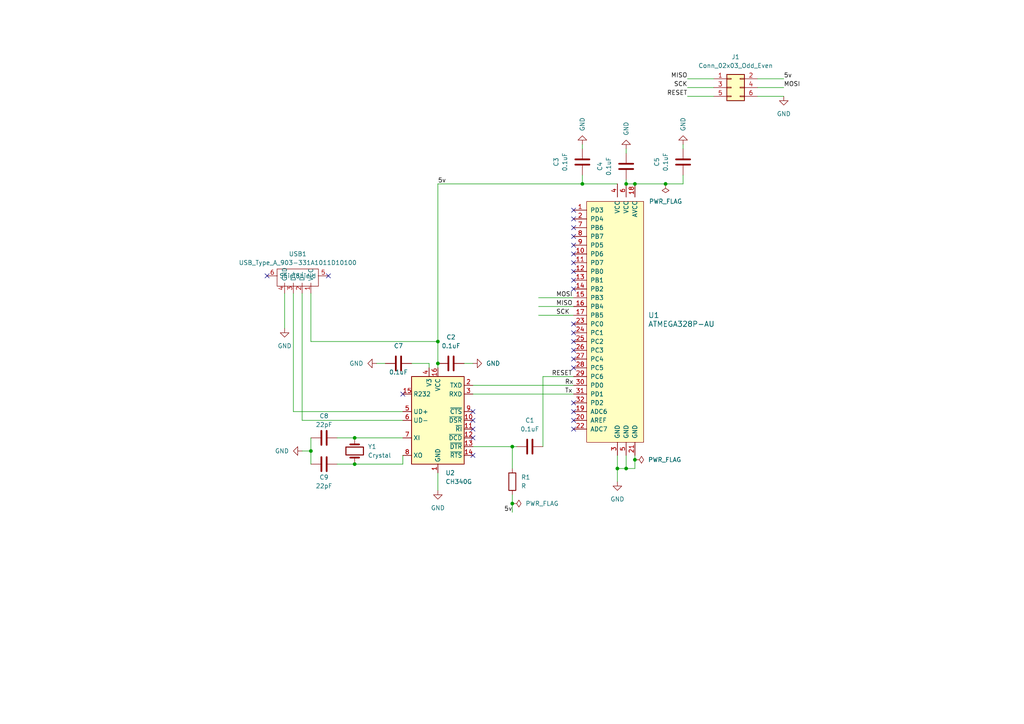
<source format=kicad_sch>
(kicad_sch (version 20230121) (generator eeschema)
  (paper "A4")
  (lib_symbols
    (symbol "Connector_Generic:Conn_02x03_Odd_Even" (pin_names (offset 1.016) hide)
      (property "Reference" "J" (at 1.27 5.08 0))
      (property "Value" "Conn_02x03_Odd_Even" (at 1.27 -5.08 0))
      (symbol "Conn_02x03_Odd_Even_1_1"
        (rectangle (start -1.27 -2.413) (end 0 -2.667) (stroke (width 0.1524)))
        (rectangle (start -1.27 0.127) (end 0 -0.127) (stroke (width 0.1524)))
        (rectangle (start -1.27 2.667) (end 0 2.413) (stroke (width 0.1524)))
        (rectangle (start -1.27 3.81) (end 3.81 -3.81) (stroke (width 0.254)) (fill (type background)))
        (rectangle (start 3.81 -2.413) (end 2.54 -2.667) (stroke (width 0.1524)))
        (rectangle (start 3.81 0.127) (end 2.54 -0.127) (stroke (width 0.1524)))
        (rectangle (start 3.81 2.667) (end 2.54 2.413) (stroke (width 0.1524)))
        (pin passive line (at -5.08 2.54 0) (length 3.81) (name "Pin_1") (number "1"))
        (pin passive line (at 7.62 2.54 180) (length 3.81) (name "Pin_2") (number "2"))
        (pin passive line (at -5.08 0 0) (length 3.81) (name "Pin_3") (number "3"))
        (pin passive line (at 7.62 0 180) (length 3.81) (name "Pin_4") (number "4"))
        (pin passive line (at -5.08 -2.54 0) (length 3.81) (name "Pin_5") (number "5"))
        (pin passive line (at 7.62 -2.54 180) (length 3.81) (name "Pin_6") (number "6"))
      )
    )
    (symbol "Device:C" (pin_numbers hide) (pin_names (offset 0.254))
      (property "Reference" "C" (at 0.635 2.54 0))
      (property "Value" "C" (at 0.635 -2.54 0))
      (symbol "C_0_1"
        (polyline (pts (xy -2.032 -0.762) (xy 2.032 -0.762)) (stroke (width 0.508)))
        (polyline (pts (xy -2.032 0.762) (xy 2.032 0.762)) (stroke (width 0.508)))
      )
      (symbol "C_1_1"
        (pin passive line (at 0 3.81 270) (length 2.794) (name "~") (number "1"))
        (pin passive line (at 0 -3.81 90) (length 2.794) (name "~") (number "2"))
      )
    )
    (symbol "Device:Crystal" (pin_numbers hide) (pin_names (offset 1.016) hide)
      (property "Reference" "Y" (at 0 3.81 0))
      (property "Value" "Crystal" (at 0 -3.81 0))
      (symbol "Crystal_0_1"
        (rectangle (start -1.143 2.54) (end 1.143 -2.54) (stroke (width 0.3048)))
        (polyline (pts (xy -2.54 0) (xy -1.905 0)))
        (polyline (pts (xy -1.905 -1.27) (xy -1.905 1.27)) (stroke (width 0.508)))
        (polyline (pts (xy 1.905 -1.27) (xy 1.905 1.27)) (stroke (width 0.508)))
        (polyline (pts (xy 2.54 0) (xy 1.905 0)))
      )
      (symbol "Crystal_1_1"
        (pin passive line (at -3.81 0 0) (length 1.27) (name "1") (number "1"))
        (pin passive line (at 3.81 0 180) (length 1.27) (name "2") (number "2"))
      )
    )
    (symbol "Device:R" (pin_numbers hide) (pin_names (offset 0))
      (property "Reference" "R" (at 2.032 0 90))
      (property "Value" "R" (at 0 0 90))
      (symbol "R_0_1"
        (rectangle (start -1.016 -2.54) (end 1.016 2.54) (stroke (width 0.254)))
      )
      (symbol "R_1_1"
        (pin passive line (at 0 3.81 270) (length 1.27) (name "~") (number "1"))
        (pin passive line (at 0 -3.81 90) (length 1.27) (name "~") (number "2"))
      )
    )
    (symbol "Interface_USB:CH340G"
      (property "Reference" "U" (at -5.08 13.97 0))
      (property "Value" "CH340G" (at 1.27 13.97 0))
      (symbol "CH340G_0_1"
        (rectangle (start -7.62 12.7) (end 7.62 -12.7) (stroke (width 0.254)) (fill (type background)))
      )
      (symbol "CH340G_1_1"
        (pin power_in line (at 0 -15.24 90) (length 2.54) (name "GND") (number "1"))
        (pin input line (at 10.16 0 180) (length 2.54) (name "~{DSR}") (number "10"))
        (pin input line (at 10.16 -2.54 180) (length 2.54) (name "~{RI}") (number "11"))
        (pin input line (at 10.16 -5.08 180) (length 2.54) (name "~{DCD}") (number "12"))
        (pin output line (at 10.16 -7.62 180) (length 2.54) (name "~{DTR}") (number "13"))
        (pin output line (at 10.16 -10.16 180) (length 2.54) (name "~{RTS}") (number "14"))
        (pin input line (at -10.16 7.62 0) (length 2.54) (name "R232") (number "15"))
        (pin power_in line (at 0 15.24 270) (length 2.54) (name "VCC") (number "16"))
        (pin output line (at 10.16 10.16 180) (length 2.54) (name "TXD") (number "2"))
        (pin input line (at 10.16 7.62 180) (length 2.54) (name "RXD") (number "3"))
        (pin passive line (at -2.54 15.24 270) (length 2.54) (name "V3") (number "4"))
        (pin bidirectional line (at -10.16 2.54 0) (length 2.54) (name "UD+") (number "5"))
        (pin bidirectional line (at -10.16 0 0) (length 2.54) (name "UD-") (number "6"))
        (pin input line (at -10.16 -5.08 0) (length 2.54) (name "XI") (number "7"))
        (pin output line (at -10.16 -10.16 0) (length 2.54) (name "XO") (number "8"))
        (pin input line (at 10.16 2.54 180) (length 2.54) (name "~{CTS}") (number "9"))
      )
    )
    (symbol "PiE_Symbols:USB_Type_A_903-331A1011D10100"
      (property "Reference" "USB" (at 0 10 0))
      (property "Value" "USB_Type_A_903-331A1011D10100" (at 1 12 0))
      (symbol "USB_Type_A_903-331A1011D10100_0_1"
        (rectangle (start -6 2) (end 6 -3))
      )
      (symbol "USB_Type_A_903-331A1011D10100_1_1"
        (pin passive line (at 3.81 -5.08 90) (length 3) (name "VCC") (number "1"))
        (pin passive line (at 1.27 -5.08 90) (length 3) (name "D-") (number "2"))
        (pin passive line (at -1.27 -5.08 90) (length 3) (name "D+") (number "3"))
        (pin passive line (at -3.81 -5.08 90) (length 3) (name "GND") (number "4"))
        (pin passive line (at 8.89 0 180) (length 3) (name "Shield") (number "5"))
        (pin passive line (at -8.89 0 0) (length 3) (name "Shield") (number "6"))
      )
    )
    (symbol "dk_Embedded-Microcontrollers:ATMEGA328P-AU" (pin_names (offset 1.016))
      (property "Reference" "U" (at -8.89 38.1 0))
      (property "Value" "ATMEGA328P-AU" (at 2.54 1.27 90))
      (symbol "ATMEGA328P-AU_0_1"
        (rectangle (start -8.89 35.56) (end 7.62 -34.29) (fill (type background)))
      )
      (symbol "ATMEGA328P-AU_1_1"
        (pin bidirectional line (at -12.7 33.02 0) (length 3.81) (name "PD3") (number "1"))
        (pin bidirectional line (at -12.7 20.32 0) (length 3.81) (name "PD6") (number "10"))
        (pin bidirectional line (at -12.7 17.78 0) (length 3.81) (name "PD7") (number "11"))
        (pin bidirectional line (at -12.7 15.24 0) (length 3.81) (name "PB0") (number "12"))
        (pin bidirectional line (at -12.7 12.7 0) (length 3.81) (name "PB1") (number "13"))
        (pin bidirectional line (at -12.7 10.16 0) (length 3.81) (name "PB2") (number "14"))
        (pin bidirectional line (at -12.7 7.62 0) (length 3.81) (name "PB3") (number "15"))
        (pin bidirectional line (at -12.7 5.08 0) (length 3.81) (name "PB4") (number "16"))
        (pin bidirectional line (at -12.7 2.54 0) (length 3.81) (name "PB5") (number "17"))
        (pin power_in line (at 5.08 40.64 270) (length 3.81) (name "AVCC") (number "18"))
        (pin input line (at -12.7 -25.4 0) (length 3.81) (name "ADC6") (number "19"))
        (pin bidirectional line (at -12.7 30.48 0) (length 3.81) (name "PD4") (number "2"))
        (pin input line (at -12.7 -27.94 0) (length 3.81) (name "AREF") (number "20"))
        (pin power_in line (at 5.08 -38.1 90) (length 3.81) (name "GND") (number "21"))
        (pin input line (at -12.7 -30.48 0) (length 3.81) (name "ADC7") (number "22"))
        (pin bidirectional line (at -12.7 0 0) (length 3.81) (name "PC0") (number "23"))
        (pin bidirectional line (at -12.7 -2.54 0) (length 3.81) (name "PC1") (number "24"))
        (pin bidirectional line (at -12.7 -5.08 0) (length 3.81) (name "PC2") (number "25"))
        (pin bidirectional line (at -12.7 -7.62 0) (length 3.81) (name "PC3") (number "26"))
        (pin bidirectional line (at -12.7 -10.16 0) (length 3.81) (name "PC4") (number "27"))
        (pin bidirectional line (at -12.7 -12.7 0) (length 3.81) (name "PC5") (number "28"))
        (pin bidirectional line (at -12.7 -15.24 0) (length 3.81) (name "PC6") (number "29"))
        (pin power_in line (at 0 -38.1 90) (length 3.81) (name "GND") (number "3"))
        (pin bidirectional line (at -12.7 -17.78 0) (length 3.81) (name "PD0") (number "30"))
        (pin bidirectional line (at -12.7 -20.32 0) (length 3.81) (name "PD1") (number "31"))
        (pin bidirectional line (at -12.7 -22.86 0) (length 3.81) (name "PD2") (number "32"))
        (pin power_in line (at 0 40.64 270) (length 3.81) (name "VCC") (number "4"))
        (pin power_in line (at 2.54 -38.1 90) (length 3.81) (name "GND") (number "5"))
        (pin power_in line (at 2.54 40.64 270) (length 3.81) (name "VCC") (number "6"))
        (pin bidirectional line (at -12.7 27.94 0) (length 3.81) (name "PB6") (number "7"))
        (pin bidirectional line (at -12.7 25.4 0) (length 3.81) (name "PB7") (number "8"))
        (pin bidirectional line (at -12.7 22.86 0) (length 3.81) (name "PD5") (number "9"))
      )
    )
    (symbol "power:GND" (power) (pin_names (offset 0))
      (property "Value" "GND" (at 0 -3.81 0))
      (symbol "GND_0_1"
        (polyline (pts (xy 0 0) (xy 0 -1.27) (xy 1.27 -1.27) (xy 0 -2.54) (xy -1.27 -1.27) (xy 0 -1.27)))
      )
      (symbol "GND_1_1"
        (pin power_in line (at 0 0 270) (length 0) hide (name "GND") (number "1"))
      )
    )
    (symbol "power:PWR_FLAG" (power) (pin_numbers hide) (pin_names (offset 0) hide)
      (property "Value" "PWR_FLAG" (at 0 3.81 0))
      (symbol "PWR_FLAG_0_0"
        (pin power_out line (at 0 0 90) (length 0) (name "pwr") (number "1"))
      )
      (symbol "PWR_FLAG_0_1"
        (polyline (pts (xy 0 0) (xy 0 1.27) (xy -1.016 1.905) (xy 0 2.54) (xy 1.016 1.905) (xy 0 1.27)))
      )
    )
  )
  (junction (at 148.59 146.05))
  (junction (at 179.07 135.89))
  (junction (at 184.15 53.34))
  (junction (at 181.61 135.89))
  (junction (at 193.04 53.34))
  (junction (at 181.61 53.34))
  (junction (at 127 105.41))
  (junction (at 102.87 127))
  (junction (at 90.17 130.81))
  (junction (at 102.87 134.62))
  (junction (at 127 99.06))
  (junction (at 148.59 129.54))
  (junction (at 168.91 53.34))
  (junction (at 184.15 133.35))
  (no_connect (at 116.84 114.3))
  (no_connect (at 166.37 121.92))
  (no_connect (at 166.37 66.04))
  (no_connect (at 166.37 106.68))
  (no_connect (at 166.37 76.2))
  (no_connect (at 166.37 96.52))
  (no_connect (at 166.37 63.5))
  (no_connect (at 137.16 127))
  (no_connect (at 137.16 121.92))
  (no_connect (at 166.37 83.82))
  (no_connect (at 137.16 119.38))
  (no_connect (at 166.37 93.98))
  (no_connect (at 166.37 101.6))
  (no_connect (at 166.37 68.58))
  (no_connect (at 166.37 71.12))
  (no_connect (at 166.37 104.14))
  (no_connect (at 166.37 99.06))
  (no_connect (at 166.37 81.28))
  (no_connect (at 166.37 119.38))
  (no_connect (at 95.25 80.01))
  (no_connect (at 137.16 132.08))
  (no_connect (at 166.37 60.96))
  (no_connect (at 166.37 116.84))
  (no_connect (at 77.47 80.01))
  (no_connect (at 166.37 73.66))
  (no_connect (at 166.37 124.46))
  (no_connect (at 137.16 124.46))
  (no_connect (at 166.37 78.74))
  (wire (pts (xy 148.59 143.51) (xy 148.59 146.05)))
  (wire (pts (xy 184.15 133.35) (xy 184.15 135.89)))
  (wire (pts (xy 127 99.06) (xy 127 105.41)))
  (wire (pts (xy 102.87 127) (xy 116.84 127)))
  (wire (pts (xy 87.63 130.81) (xy 90.17 130.81)))
  (wire (pts (xy 97.79 127) (xy 102.87 127)))
  (wire (pts (xy 184.15 53.34) (xy 193.04 53.34)))
  (wire (pts (xy 156.21 88.9) (xy 166.37 88.9)))
  (wire (pts (xy 219.71 22.86) (xy 227.33 22.86)))
  (wire (pts (xy 148.59 129.54) (xy 148.59 135.89)))
  (wire (pts (xy 116.84 134.62) (xy 102.87 134.62)))
  (wire (pts (xy 127 137.16) (xy 127 142.24)))
  (wire (pts (xy 137.16 129.54) (xy 148.59 129.54)))
  (wire (pts (xy 198.12 43.18) (xy 198.12 41.91)))
  (wire (pts (xy 168.91 43.18) (xy 168.91 41.91)))
  (wire (pts (xy 87.63 85.09) (xy 87.63 121.92)))
  (wire (pts (xy 157.48 129.54) (xy 157.48 109.22)))
  (wire (pts (xy 198.12 50.8) (xy 198.12 53.34)))
  (wire (pts (xy 124.46 105.41) (xy 124.46 106.68)))
  (wire (pts (xy 181.61 135.89) (xy 179.07 135.89)))
  (wire (pts (xy 148.59 146.05) (xy 148.59 148.59)))
  (wire (pts (xy 181.61 53.34) (xy 184.15 53.34)))
  (wire (pts (xy 181.61 132.08) (xy 181.61 135.89)))
  (wire (pts (xy 137.16 114.3) (xy 166.37 114.3)))
  (wire (pts (xy 127 99.06) (xy 127 53.34)))
  (wire (pts (xy 219.71 25.4) (xy 227.33 25.4)))
  (wire (pts (xy 184.15 135.89) (xy 181.61 135.89)))
  (wire (pts (xy 168.91 50.8) (xy 168.91 53.34)))
  (wire (pts (xy 179.07 135.89) (xy 179.07 139.7)))
  (wire (pts (xy 137.16 111.76) (xy 166.37 111.76)))
  (wire (pts (xy 193.04 53.34) (xy 198.12 53.34)))
  (wire (pts (xy 85.09 119.38) (xy 116.84 119.38)))
  (wire (pts (xy 90.17 130.81) (xy 90.17 134.62)))
  (wire (pts (xy 199.39 25.4) (xy 207.01 25.4)))
  (wire (pts (xy 199.39 22.86) (xy 207.01 22.86)))
  (wire (pts (xy 97.79 134.62) (xy 102.87 134.62)))
  (wire (pts (xy 90.17 127) (xy 90.17 130.81)))
  (wire (pts (xy 90.17 85.09) (xy 90.17 99.06)))
  (wire (pts (xy 156.21 86.36) (xy 166.37 86.36)))
  (wire (pts (xy 181.61 44.45) (xy 181.61 43.18)))
  (wire (pts (xy 149.86 129.54) (xy 148.59 129.54)))
  (wire (pts (xy 119.38 105.41) (xy 124.46 105.41)))
  (wire (pts (xy 127 53.34) (xy 168.91 53.34)))
  (wire (pts (xy 134.62 105.41) (xy 137.16 105.41)))
  (wire (pts (xy 111.76 105.41) (xy 109.22 105.41)))
  (wire (pts (xy 127 106.68) (xy 127 105.41)))
  (wire (pts (xy 219.71 27.94) (xy 227.33 27.94)))
  (wire (pts (xy 199.39 27.94) (xy 207.01 27.94)))
  (wire (pts (xy 181.61 52.07) (xy 181.61 53.34)))
  (wire (pts (xy 87.63 121.92) (xy 116.84 121.92)))
  (wire (pts (xy 85.09 85.09) (xy 85.09 119.38)))
  (wire (pts (xy 90.17 99.06) (xy 127 99.06)))
  (wire (pts (xy 157.48 109.22) (xy 166.37 109.22)))
  (wire (pts (xy 156.21 91.44) (xy 166.37 91.44)))
  (wire (pts (xy 179.07 132.08) (xy 179.07 135.89)))
  (wire (pts (xy 116.84 132.08) (xy 116.84 134.62)))
  (wire (pts (xy 184.15 132.08) (xy 184.15 133.35)))
  (wire (pts (xy 82.55 85.09) (xy 82.55 95.25)))
  (wire (pts (xy 168.91 53.34) (xy 179.07 53.34)))
  (label "RESET" (at 199.39 27.94 180))
  (label "MISO" (at 161.29 88.9 0))
  (label "MOSI" (at 161.29 86.36 0))
  (label "Tx" (at 163.83 114.3 0))
  (label "5v" (at 148.59 148.59 180))
  (label "Rx" (at 163.83 111.76 0))
  (label "SCK" (at 199.39 25.4 180))
  (label "MOSI" (at 227.33 25.4 0))
  (label "MISO" (at 199.39 22.86 180))
  (label "5v" (at 227.33 22.86 0))
  (label "SCK" (at 161.29 91.44 0))
  (label "RESET" (at 160.02 109.22 0))
  (label "5v" (at 127 53.34 0))
  (symbol (lib_id "Device:C") (at 168.91 46.99 180) (unit 1)
    (property "Reference" "C3" (at 161.29 46.99 90))
    (property "Value" "0.1uF" (at 163.83 46.99 90))
  )
  (symbol (lib_id "Device:C") (at 181.61 48.26 180) (unit 1)
    (property "Reference" "C4" (at 173.99 48.26 90))
    (property "Value" "0.1uF" (at 176.53 48.26 90))
  )
  (symbol (lib_id "Device:C") (at 115.57 105.41 270) (unit 1)
    (property "Reference" "C7" (at 115.57 100.33 90))
    (property "Value" "0.1uF" (at 115.57 107.95 90))
  )
  (symbol (lib_id "Device:C") (at 198.12 46.99 180) (unit 1)
    (property "Reference" "C5" (at 190.5 46.99 90))
    (property "Value" "0.1uF" (at 193.04 46.99 90))
  )
  (symbol (lib_id "Device:C") (at 93.98 134.62 270) (unit 1)
    (property "Reference" "C9" (at 93.98 138.43 90))
    (property "Value" "22pF" (at 93.98 140.97 90))
  )
  (symbol (lib_id "power:PWR_FLAG") (at 184.15 133.35 270) (unit 1)
    (property "Reference" "#FLG02" (effects hide))
    (property "Value" "PWR_FLAG" (at 187.96 133.35 90) (effects (justify left)))
  )
  (symbol (lib_id "power:GND") (at 127 142.24 0) (unit 1)
    (property "Reference" "#PWR03" (effects hide))
    (property "Value" "GND" (at 127 147.32 0))
  )
  (symbol (lib_id "power:PWR_FLAG") (at 148.59 146.05 270) (unit 1)
    (property "Reference" "#FLG01" (effects hide))
    (property "Value" "PWR_FLAG" (at 152.4 146.05 90) (effects (justify left)))
  )
  (symbol (lib_id "Device:Crystal") (at 102.87 130.81 90) (unit 1)
    (property "Reference" "Y1" (at 106.68 129.54 90) (effects (justify right)))
    (property "Value" "Crystal" (at 106.68 132.08 90) (effects (justify right)))
  )
  (symbol (lib_id "power:GND") (at 87.63 130.81 270) (unit 1)
    (property "Reference" "#PWR010" (effects hide))
    (property "Value" "GND" (at 83.82 130.81 90) (effects (justify right)))
  )
  (symbol (lib_id "power:GND") (at 82.55 95.25 0) (unit 1)
    (property "Reference" "#PWR02" (effects hide))
    (property "Value" "GND" (at 82.55 100.33 0))
  )
  (symbol (lib_id "power:GND") (at 198.12 41.91 180) (unit 1)
    (property "Reference" "#PWR08" (effects hide))
    (property "Value" "GND" (at 198.12 38.1 90) (effects (justify right)))
  )
  (symbol (lib_id "power:PWR_FLAG") (at 193.04 53.34 180) (unit 1)
    (property "Reference" "#FLG03" (effects hide))
    (property "Value" "PWR_FLAG" (at 193.04 58.42 0))
  )
  (symbol (lib_id "Device:C") (at 130.81 105.41 90) (unit 1)
    (property "Reference" "C2" (at 130.81 97.79 90))
    (property "Value" "0.1uF" (at 130.81 100.33 90))
  )
  (symbol (lib_id "dk_Embedded-Microcontrollers:ATMEGA328P-AU") (at 179.07 93.98 0) (unit 1)
    (property "Reference" "U1" (at 187.96 91.44 0) (effects (font (size 1.524 1.524)) (justify left)))
    (property "Value" "ATMEGA328P-AU" (at 187.96 93.98 0) (effects (font (size 1.524 1.524)) (justify left)))
    (property "Footprint" "digikey-footprints:TQFP-32_7x7mm" (effects hide))
    (property "Datasheet" "http://www.microchip.com/mymicrochip/filehandler.aspx?ddocname=en608326" (effects hide))
    (property "Digi-Key_PN" "ATMEGA328P-AU-ND" (effects hide))
    (property "MPN" "ATMEGA328P-AU" (effects hide))
    (property "Category" "Integrated Circuits (ICs)" (effects hide))
    (property "Family" "Embedded - Microcontrollers" (effects hide))
    (property "DK_Datasheet_Link" "http://www.microchip.com/mymicrochip/filehandler.aspx?ddocname=en608326" (effects hide))
    (property "DK_Detail_Page" "/product-detail/en/microchip-technology/ATMEGA328P-AU/ATMEGA328P-AU-ND/1832260" (effects hide))
    (property "Description" "IC MCU 8BIT 32KB FLASH 32TQFP" (effects hide))
    (property "Manufacturer" "Microchip Technology" (effects hide))
    (property "Status" "Active" (effects hide))
  )
  (symbol (lib_id "Interface_USB:CH340G") (at 127 121.92 0) (unit 1)
    (property "Reference" "U2" (at 129.1941 137.16 0) (effects (justify left)))
    (property "Value" "CH340G" (at 129.1941 139.7 0) (effects (justify left)))
    (property "Footprint" "Package_SO:SOIC-16_3.9x9.9mm_P1.27mm" (effects hide))
    (property "Datasheet" "http://www.datasheet5.com/pdf-local-2195953" (effects hide))
  )
  (symbol (lib_id "power:GND") (at 137.16 105.41 90) (unit 1)
    (property "Reference" "#PWR05" (effects hide))
    (property "Value" "GND" (at 140.97 105.41 90) (effects (justify right)))
  )
  (symbol (lib_id "Device:C") (at 153.67 129.54 90) (unit 1)
    (property "Reference" "C1" (at 153.67 121.92 90))
    (property "Value" "0.1uF" (at 153.67 124.46 90))
  )
  (symbol (lib_id "power:GND") (at 109.22 105.41 270) (unit 1)
    (property "Reference" "#PWR011" (effects hide))
    (property "Value" "GND" (at 105.41 105.41 90) (effects (justify right)))
  )
  (symbol (lib_id "power:GND") (at 179.07 139.7 0) (unit 1)
    (property "Reference" "#PWR01" (effects hide))
    (property "Value" "GND" (at 179.07 144.78 0))
  )
  (symbol (lib_id "power:GND") (at 181.61 43.18 180) (unit 1)
    (property "Reference" "#PWR07" (effects hide))
    (property "Value" "GND" (at 181.61 39.37 90) (effects (justify right)))
  )
  (symbol (lib_id "Device:C") (at 93.98 127 90) (unit 1)
    (property "Reference" "C8" (at 93.98 120.65 90))
    (property "Value" "22pF" (at 93.98 123.19 90))
  )
  (symbol (lib_id "power:GND") (at 168.91 41.91 180) (unit 1)
    (property "Reference" "#PWR06" (effects hide))
    (property "Value" "GND" (at 168.91 38.1 90) (effects (justify right)))
  )
  (symbol (lib_id "Device:R") (at 148.59 139.7 0) (unit 1)
    (property "Reference" "R1" (at 151.13 138.43 0) (effects (justify left)))
    (property "Value" "R" (at 151.13 140.97 0) (effects (justify left)))
  )
  (symbol (lib_id "power:GND") (at 227.33 27.94 0) (unit 1)
    (property "Reference" "#PWR04" (effects hide))
    (property "Value" "GND" (at 227.33 33.02 0))
  )
  (symbol (lib_id "Connector_Generic:Conn_02x03_Odd_Even") (at 212.09 25.4 0) (unit 1)
    (property "Reference" "J1" (at 213.36 16.51 0))
    (property "Value" "Conn_02x03_Odd_Even" (at 213.36 19.05 0))
  )
  (symbol (lib_id "PiE_Symbols:USB_Type_A_903-331A1011D10100") (at 86.36 80.01 0) (unit 1)
    (property "Reference" "USB1" (at 86.36 73.66 0))
    (property "Value" "USB_Type_A_903-331A1011D10100" (at 86.36 76.2 0))
  )
)
</source>
